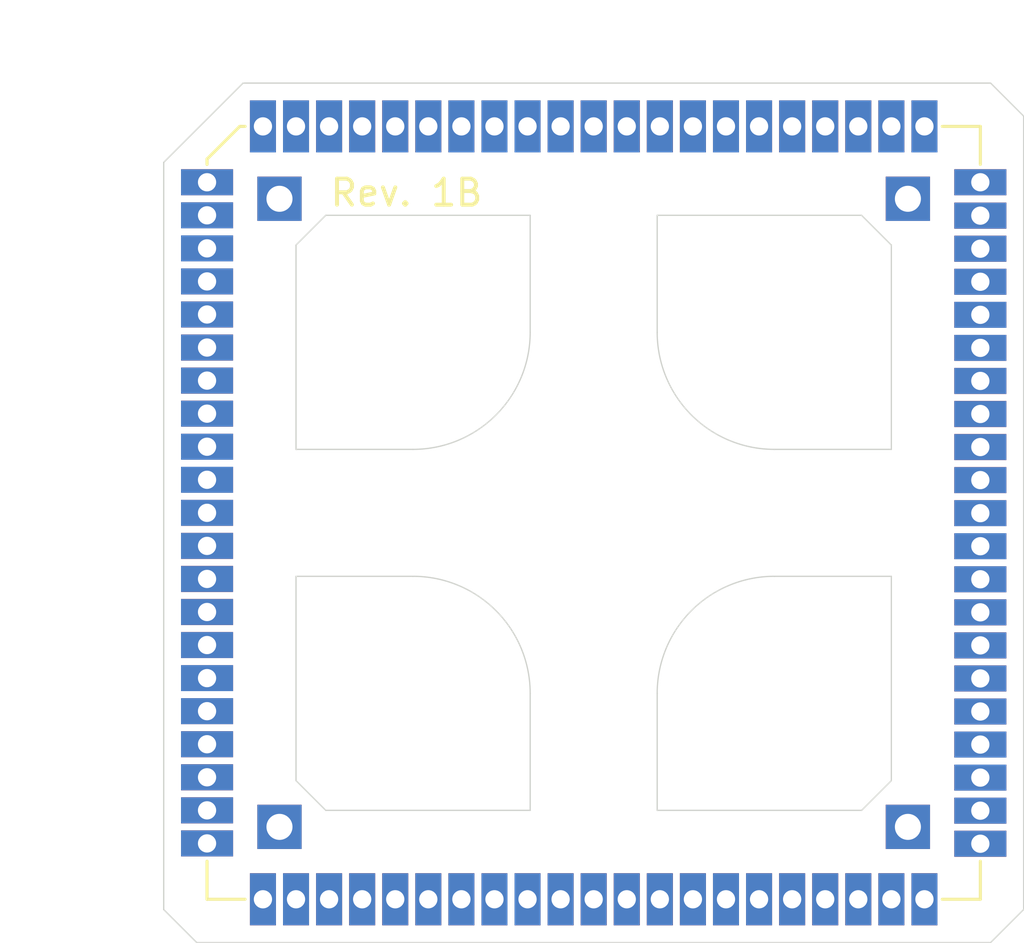
<source format=kicad_pcb>
(kicad_pcb (version 20171130) (host pcbnew "(5.1.6-0)")

  (general
    (thickness 1.2)
    (drawings 35)
    (tracks 0)
    (zones 0)
    (modules 5)
    (nets 89)
  )

  (page A4)
  (layers
    (0 F.Cu signal)
    (31 B.Cu signal)
    (32 B.Adhes user)
    (33 F.Adhes user)
    (34 B.Paste user)
    (35 F.Paste user)
    (36 B.SilkS user)
    (37 F.SilkS user)
    (38 B.Mask user)
    (39 F.Mask user)
    (40 Dwgs.User user)
    (41 Cmts.User user)
    (42 Eco1.User user)
    (43 Eco2.User user)
    (44 Edge.Cuts user)
    (45 Margin user)
    (46 B.CrtYd user)
    (47 F.CrtYd user)
    (48 B.Fab user)
    (49 F.Fab user)
  )

  (setup
    (last_trace_width 0.25)
    (trace_clearance 0.2)
    (zone_clearance 0.508)
    (zone_45_only no)
    (trace_min 0.2)
    (via_size 0.8)
    (via_drill 0.4)
    (via_min_size 0.4)
    (via_min_drill 0.3)
    (uvia_size 0.3)
    (uvia_drill 0.1)
    (uvias_allowed no)
    (uvia_min_size 0.2)
    (uvia_min_drill 0.1)
    (edge_width 0.05)
    (segment_width 0.2)
    (pcb_text_width 0.3)
    (pcb_text_size 1.5 1.5)
    (mod_edge_width 0.12)
    (mod_text_size 1 1)
    (mod_text_width 0.15)
    (pad_size 1 1)
    (pad_drill 0.5)
    (pad_to_mask_clearance 0.0)
    (aux_axis_origin 0 0)
    (grid_origin 76.2 63.5)
    (visible_elements FFFFFF7F)
    (pcbplotparams
      (layerselection 0x010fc_ffffffff)
      (usegerberextensions false)
      (usegerberattributes true)
      (usegerberadvancedattributes true)
      (creategerberjobfile true)
      (excludeedgelayer true)
      (linewidth 0.100000)
      (plotframeref false)
      (viasonmask false)
      (mode 1)
      (useauxorigin false)
      (hpglpennumber 1)
      (hpglpenspeed 20)
      (hpglpendiameter 15.000000)
      (psnegative false)
      (psa4output false)
      (plotreference true)
      (plotvalue true)
      (plotinvisibletext false)
      (padsonsilk false)
      (subtractmaskfromsilk false)
      (outputformat 1)
      (mirror false)
      (drillshape 0)
      (scaleselection 1)
      (outputdirectory "out/"))
  )

  (net 0 "")
  (net 1 "Net-(U1-Pad84)")
  (net 2 "Net-(U1-Pad83)")
  (net 3 "Net-(U1-Pad82)")
  (net 4 "Net-(U1-Pad81)")
  (net 5 "Net-(U1-Pad80)")
  (net 6 "Net-(U1-Pad79)")
  (net 7 "Net-(U1-Pad78)")
  (net 8 "Net-(U1-Pad77)")
  (net 9 "Net-(U1-Pad75)")
  (net 10 "Net-(U1-Pad74)")
  (net 11 "Net-(U1-Pad72)")
  (net 12 "Net-(U1-Pad71)")
  (net 13 "Net-(U1-Pad70)")
  (net 14 "Net-(U1-Pad69)")
  (net 15 "Net-(U1-Pad68)")
  (net 16 "Net-(U1-Pad67)")
  (net 17 "Net-(U1-Pad66)")
  (net 18 "Net-(U1-Pad65)")
  (net 19 "Net-(U1-Pad64)")
  (net 20 "Net-(U1-Pad63)")
  (net 21 "Net-(U1-Pad62)")
  (net 22 "Net-(U1-Pad61)")
  (net 23 "Net-(U1-Pad60)")
  (net 24 "Net-(U1-Pad59)")
  (net 25 "Net-(U1-Pad58)")
  (net 26 "Net-(U1-Pad57)")
  (net 27 "Net-(U1-Pad56)")
  (net 28 "Net-(U1-Pad54)")
  (net 29 "Net-(U1-Pad53)")
  (net 30 "Net-(U1-Pad51)")
  (net 31 "Net-(U1-Pad50)")
  (net 32 "Net-(U1-Pad49)")
  (net 33 "Net-(U1-Pad48)")
  (net 34 "Net-(U1-Pad47)")
  (net 35 "Net-(U1-Pad46)")
  (net 36 "Net-(U1-Pad45)")
  (net 37 "Net-(U1-Pad44)")
  (net 38 "Net-(U1-Pad43)")
  (net 39 "Net-(U1-Pad42)")
  (net 40 "Net-(U1-Pad41)")
  (net 41 "Net-(U1-Pad40)")
  (net 42 "Net-(U1-Pad39)")
  (net 43 "Net-(U1-Pad38)")
  (net 44 "Net-(U1-Pad37)")
  (net 45 "Net-(U1-Pad36)")
  (net 46 "Net-(U1-Pad35)")
  (net 47 "Net-(U1-Pad33)")
  (net 48 "Net-(U1-Pad32)")
  (net 49 "Net-(U1-Pad30)")
  (net 50 "Net-(U1-Pad29)")
  (net 51 "Net-(U1-Pad28)")
  (net 52 "Net-(U1-Pad27)")
  (net 53 "Net-(U1-Pad26)")
  (net 54 "Net-(U1-Pad25)")
  (net 55 "Net-(U1-Pad24)")
  (net 56 "Net-(U1-Pad23)")
  (net 57 "Net-(U1-Pad22)")
  (net 58 "Net-(U1-Pad21)")
  (net 59 "Net-(U1-Pad20)")
  (net 60 "Net-(U1-Pad19)")
  (net 61 "Net-(U1-Pad18)")
  (net 62 "Net-(U1-Pad17)")
  (net 63 "Net-(U1-Pad16)")
  (net 64 "Net-(U1-Pad15)")
  (net 65 "Net-(U1-Pad14)")
  (net 66 "Net-(U1-Pad11)")
  (net 67 "Net-(U1-Pad9)")
  (net 68 "Net-(U1-Pad8)")
  (net 69 "Net-(U1-Pad7)")
  (net 70 "Net-(U1-Pad6)")
  (net 71 "Net-(U1-Pad5)")
  (net 72 "Net-(U1-Pad4)")
  (net 73 "Net-(U1-Pad3)")
  (net 74 "Net-(U1-Pad2)")
  (net 75 "Net-(U1-Pad1)")
  (net 76 "Net-(J1-Pad1)")
  (net 77 "Net-(U1-Pad12)")
  (net 78 "Net-(J2-Pad1)")
  (net 79 "Net-(J3-Pad1)")
  (net 80 "Net-(J4-Pad1)")
  (net 81 "Net-(U1-Pad10)")
  (net 82 "Net-(U1-Pad13)")
  (net 83 "Net-(U1-Pad31)")
  (net 84 "Net-(U1-Pad34)")
  (net 85 "Net-(U1-Pad52)")
  (net 86 "Net-(U1-Pad55)")
  (net 87 "Net-(U1-Pad73)")
  (net 88 "Net-(U1-Pad76)")

  (net_class Default "This is the default net class."
    (clearance 0.2)
    (trace_width 0.25)
    (via_dia 0.8)
    (via_drill 0.4)
    (uvia_dia 0.3)
    (uvia_drill 0.1)
    (add_net "Net-(J1-Pad1)")
    (add_net "Net-(J2-Pad1)")
    (add_net "Net-(J3-Pad1)")
    (add_net "Net-(J4-Pad1)")
    (add_net "Net-(U1-Pad1)")
    (add_net "Net-(U1-Pad10)")
    (add_net "Net-(U1-Pad11)")
    (add_net "Net-(U1-Pad12)")
    (add_net "Net-(U1-Pad13)")
    (add_net "Net-(U1-Pad14)")
    (add_net "Net-(U1-Pad15)")
    (add_net "Net-(U1-Pad16)")
    (add_net "Net-(U1-Pad17)")
    (add_net "Net-(U1-Pad18)")
    (add_net "Net-(U1-Pad19)")
    (add_net "Net-(U1-Pad2)")
    (add_net "Net-(U1-Pad20)")
    (add_net "Net-(U1-Pad21)")
    (add_net "Net-(U1-Pad22)")
    (add_net "Net-(U1-Pad23)")
    (add_net "Net-(U1-Pad24)")
    (add_net "Net-(U1-Pad25)")
    (add_net "Net-(U1-Pad26)")
    (add_net "Net-(U1-Pad27)")
    (add_net "Net-(U1-Pad28)")
    (add_net "Net-(U1-Pad29)")
    (add_net "Net-(U1-Pad3)")
    (add_net "Net-(U1-Pad30)")
    (add_net "Net-(U1-Pad31)")
    (add_net "Net-(U1-Pad32)")
    (add_net "Net-(U1-Pad33)")
    (add_net "Net-(U1-Pad34)")
    (add_net "Net-(U1-Pad35)")
    (add_net "Net-(U1-Pad36)")
    (add_net "Net-(U1-Pad37)")
    (add_net "Net-(U1-Pad38)")
    (add_net "Net-(U1-Pad39)")
    (add_net "Net-(U1-Pad4)")
    (add_net "Net-(U1-Pad40)")
    (add_net "Net-(U1-Pad41)")
    (add_net "Net-(U1-Pad42)")
    (add_net "Net-(U1-Pad43)")
    (add_net "Net-(U1-Pad44)")
    (add_net "Net-(U1-Pad45)")
    (add_net "Net-(U1-Pad46)")
    (add_net "Net-(U1-Pad47)")
    (add_net "Net-(U1-Pad48)")
    (add_net "Net-(U1-Pad49)")
    (add_net "Net-(U1-Pad5)")
    (add_net "Net-(U1-Pad50)")
    (add_net "Net-(U1-Pad51)")
    (add_net "Net-(U1-Pad52)")
    (add_net "Net-(U1-Pad53)")
    (add_net "Net-(U1-Pad54)")
    (add_net "Net-(U1-Pad55)")
    (add_net "Net-(U1-Pad56)")
    (add_net "Net-(U1-Pad57)")
    (add_net "Net-(U1-Pad58)")
    (add_net "Net-(U1-Pad59)")
    (add_net "Net-(U1-Pad6)")
    (add_net "Net-(U1-Pad60)")
    (add_net "Net-(U1-Pad61)")
    (add_net "Net-(U1-Pad62)")
    (add_net "Net-(U1-Pad63)")
    (add_net "Net-(U1-Pad64)")
    (add_net "Net-(U1-Pad65)")
    (add_net "Net-(U1-Pad66)")
    (add_net "Net-(U1-Pad67)")
    (add_net "Net-(U1-Pad68)")
    (add_net "Net-(U1-Pad69)")
    (add_net "Net-(U1-Pad7)")
    (add_net "Net-(U1-Pad70)")
    (add_net "Net-(U1-Pad71)")
    (add_net "Net-(U1-Pad72)")
    (add_net "Net-(U1-Pad73)")
    (add_net "Net-(U1-Pad74)")
    (add_net "Net-(U1-Pad75)")
    (add_net "Net-(U1-Pad76)")
    (add_net "Net-(U1-Pad77)")
    (add_net "Net-(U1-Pad78)")
    (add_net "Net-(U1-Pad79)")
    (add_net "Net-(U1-Pad8)")
    (add_net "Net-(U1-Pad80)")
    (add_net "Net-(U1-Pad81)")
    (add_net "Net-(U1-Pad82)")
    (add_net "Net-(U1-Pad83)")
    (add_net "Net-(U1-Pad84)")
    (add_net "Net-(U1-Pad9)")
  )

  (module Agnus:PLCC-84_modded_P1.27mm (layer F.Cu) (tedit 61065C1E) (tstamp 60CEF831)
    (at 92.71 80.01)
    (descr "PLCC, 84 Pin (http://www.microsemi.com/index.php?option=com_docman&task=doc_download&gid=131095), generated with kicad-footprint-generator ipc_plcc_jLead_generator.py")
    (tags "PLCC LCC")
    (path /60F7DE19)
    (attr smd)
    (fp_text reference U1 (at 0 0) (layer F.SilkS) hide
      (effects (font (size 1 1) (thickness 0.15)))
    )
    (fp_text value Dummy_symbol (at 0 16.15) (layer F.Fab) hide
      (effects (font (size 1 1) (thickness 0.15)))
    )
    (fp_line (start -15.45 -13.25) (end -15.45 0) (layer F.CrtYd) (width 0.05))
    (fp_line (start -14.91 -13.25) (end -15.45 -13.25) (layer F.CrtYd) (width 0.05))
    (fp_line (start -14.91 -13.62) (end -14.91 -13.25) (layer F.CrtYd) (width 0.05))
    (fp_line (start -13.62 -14.91) (end -14.91 -13.62) (layer F.CrtYd) (width 0.05))
    (fp_line (start -13.25 -14.91) (end -13.62 -14.91) (layer F.CrtYd) (width 0.05))
    (fp_line (start -13.25 -15.45) (end -13.25 -14.91) (layer F.CrtYd) (width 0.05))
    (fp_line (start 0 -15.45) (end -13.25 -15.45) (layer F.CrtYd) (width 0.05))
    (fp_line (start 15.45 13.25) (end 15.45 0) (layer F.CrtYd) (width 0.05))
    (fp_line (start 14.91 13.25) (end 15.45 13.25) (layer F.CrtYd) (width 0.05))
    (fp_line (start 14.91 14.91) (end 14.91 13.25) (layer F.CrtYd) (width 0.05))
    (fp_line (start 13.25 14.91) (end 14.91 14.91) (layer F.CrtYd) (width 0.05))
    (fp_line (start 13.25 15.45) (end 13.25 14.91) (layer F.CrtYd) (width 0.05))
    (fp_line (start 0 15.45) (end 13.25 15.45) (layer F.CrtYd) (width 0.05))
    (fp_line (start -15.45 13.25) (end -15.45 0) (layer F.CrtYd) (width 0.05))
    (fp_line (start -14.91 13.25) (end -15.45 13.25) (layer F.CrtYd) (width 0.05))
    (fp_line (start -14.91 14.91) (end -14.91 13.25) (layer F.CrtYd) (width 0.05))
    (fp_line (start -13.25 14.91) (end -14.91 14.91) (layer F.CrtYd) (width 0.05))
    (fp_line (start -13.25 15.45) (end -13.25 14.91) (layer F.CrtYd) (width 0.05))
    (fp_line (start 0 15.45) (end -13.25 15.45) (layer F.CrtYd) (width 0.05))
    (fp_line (start 15.45 -13.25) (end 15.45 0) (layer F.CrtYd) (width 0.05))
    (fp_line (start 14.91 -13.25) (end 15.45 -13.25) (layer F.CrtYd) (width 0.05))
    (fp_line (start 14.91 -14.91) (end 14.91 -13.25) (layer F.CrtYd) (width 0.05))
    (fp_line (start 13.25 -14.91) (end 14.91 -14.91) (layer F.CrtYd) (width 0.05))
    (fp_line (start 13.25 -15.45) (end 13.25 -14.91) (layer F.CrtYd) (width 0.05))
    (fp_line (start 0 -15.45) (end 13.25 -15.45) (layer F.CrtYd) (width 0.05))
    (fp_line (start -0.5 -14.6558) (end 0 -13.948693) (layer F.Fab) (width 0.1))
    (fp_line (start -13.5128 -14.6558) (end -0.5 -14.6558) (layer F.Fab) (width 0.1))
    (fp_line (start -14.6558 -13.5128) (end -13.5128 -14.6558) (layer F.Fab) (width 0.1))
    (fp_line (start -14.6558 14.6558) (end -14.6558 -13.5128) (layer F.Fab) (width 0.1))
    (fp_line (start 14.6558 14.6558) (end -14.6558 14.6558) (layer F.Fab) (width 0.1))
    (fp_line (start 14.6558 -14.6558) (end 14.6558 14.6558) (layer F.Fab) (width 0.1))
    (fp_line (start 0.5 -14.6558) (end 14.6558 -14.6558) (layer F.Fab) (width 0.1))
    (fp_line (start 0 -13.948693) (end 0.5 -14.6558) (layer F.Fab) (width 0.1))
    (fp_line (start -14.8463 -13.590582) (end -14.8463 -13.3858) (layer F.SilkS) (width 0.12))
    (fp_line (start -13.590582 -14.8463) (end -14.8463 -13.590582) (layer F.SilkS) (width 0.12))
    (fp_line (start -13.3858 -14.8463) (end -13.590582 -14.8463) (layer F.SilkS) (width 0.12))
    (fp_line (start 14.8463 14.8463) (end 14.8463 13.3858) (layer F.SilkS) (width 0.12))
    (fp_line (start 13.3858 14.8463) (end 14.8463 14.8463) (layer F.SilkS) (width 0.12))
    (fp_line (start -14.8463 14.8463) (end -14.8463 13.3858) (layer F.SilkS) (width 0.12))
    (fp_line (start -13.3858 14.8463) (end -14.8463 14.8463) (layer F.SilkS) (width 0.12))
    (fp_line (start 14.8463 -14.8463) (end 14.8463 -13.3858) (layer F.SilkS) (width 0.12))
    (fp_line (start 13.3858 -14.8463) (end 14.8463 -14.8463) (layer F.SilkS) (width 0.12))
    (fp_text user %R (at 0 0) (layer F.Fab) hide
      (effects (font (size 1 1) (thickness 0.15)))
    )
    (pad 84 thru_hole rect (at 1.27 -14.8463) (size 1 2) (drill 0.7) (layers *.Cu *.Mask)
      (net 1 "Net-(U1-Pad84)"))
    (pad 83 thru_hole rect (at 2.54 -14.8463) (size 1 2) (drill 0.7) (layers *.Cu *.Mask)
      (net 2 "Net-(U1-Pad83)"))
    (pad 82 thru_hole rect (at 3.81 -14.8463) (size 1 2) (drill 0.7) (layers *.Cu *.Mask)
      (net 3 "Net-(U1-Pad82)"))
    (pad 81 thru_hole rect (at 5.08 -14.8463) (size 1 2) (drill 0.7) (layers *.Cu *.Mask)
      (net 4 "Net-(U1-Pad81)"))
    (pad 80 thru_hole rect (at 6.35 -14.8463) (size 1 2) (drill 0.7) (layers *.Cu *.Mask)
      (net 5 "Net-(U1-Pad80)"))
    (pad 79 thru_hole rect (at 7.62 -14.8463) (size 1 2) (drill 0.7) (layers *.Cu *.Mask)
      (net 6 "Net-(U1-Pad79)"))
    (pad 78 thru_hole rect (at 8.89 -14.8463) (size 1 2) (drill 0.7) (layers *.Cu *.Mask)
      (net 7 "Net-(U1-Pad78)"))
    (pad 77 thru_hole rect (at 10.16 -14.8463) (size 1 2) (drill 0.7) (layers *.Cu *.Mask)
      (net 8 "Net-(U1-Pad77)"))
    (pad 76 thru_hole rect (at 11.43 -14.8463) (size 1 2) (drill 0.7) (layers *.Cu *.Mask)
      (net 88 "Net-(U1-Pad76)"))
    (pad 75 thru_hole rect (at 12.7 -14.8463) (size 1 2) (drill 0.7) (layers *.Cu *.Mask)
      (net 9 "Net-(U1-Pad75)"))
    (pad 74 thru_hole rect (at 14.8463 -12.7) (size 2 1) (drill 0.7) (layers *.Cu *.Mask)
      (net 10 "Net-(U1-Pad74)"))
    (pad 73 thru_hole rect (at 14.8463 -11.4173) (size 2 1) (drill 0.7) (layers *.Cu *.Mask)
      (net 87 "Net-(U1-Pad73)"))
    (pad 72 thru_hole rect (at 14.8463 -10.1473) (size 2 1) (drill 0.7) (layers *.Cu *.Mask)
      (net 11 "Net-(U1-Pad72)"))
    (pad 71 thru_hole rect (at 14.8463 -8.8773) (size 2 1) (drill 0.7) (layers *.Cu *.Mask)
      (net 12 "Net-(U1-Pad71)"))
    (pad 70 thru_hole rect (at 14.8463 -7.6073) (size 2 1) (drill 0.7) (layers *.Cu *.Mask)
      (net 13 "Net-(U1-Pad70)"))
    (pad 69 thru_hole rect (at 14.8463 -6.3373) (size 2 1) (drill 0.7) (layers *.Cu *.Mask)
      (net 14 "Net-(U1-Pad69)"))
    (pad 68 thru_hole rect (at 14.8463 -5.0673) (size 2 1) (drill 0.7) (layers *.Cu *.Mask)
      (net 15 "Net-(U1-Pad68)"))
    (pad 67 thru_hole rect (at 14.8463 -3.7973) (size 2 1) (drill 0.7) (layers *.Cu *.Mask)
      (net 16 "Net-(U1-Pad67)"))
    (pad 66 thru_hole rect (at 14.8463 -2.5273) (size 2 1) (drill 0.7) (layers *.Cu *.Mask)
      (net 17 "Net-(U1-Pad66)"))
    (pad 65 thru_hole rect (at 14.8463 -1.2573) (size 2 1) (drill 0.7) (layers *.Cu *.Mask)
      (net 18 "Net-(U1-Pad65)"))
    (pad 64 thru_hole rect (at 14.8463 0.0127) (size 2 1) (drill 0.7) (layers *.Cu *.Mask)
      (net 19 "Net-(U1-Pad64)"))
    (pad 63 thru_hole rect (at 14.8463 1.2827) (size 2 1) (drill 0.7) (layers *.Cu *.Mask)
      (net 20 "Net-(U1-Pad63)"))
    (pad 62 thru_hole rect (at 14.8463 2.5527) (size 2 1) (drill 0.7) (layers *.Cu *.Mask)
      (net 21 "Net-(U1-Pad62)"))
    (pad 61 thru_hole rect (at 14.8463 3.8227) (size 2 1) (drill 0.7) (layers *.Cu *.Mask)
      (net 22 "Net-(U1-Pad61)"))
    (pad 60 thru_hole rect (at 14.8463 5.0927) (size 2 1) (drill 0.7) (layers *.Cu *.Mask)
      (net 23 "Net-(U1-Pad60)"))
    (pad 59 thru_hole rect (at 14.8463 6.3627) (size 2 1) (drill 0.7) (layers *.Cu *.Mask)
      (net 24 "Net-(U1-Pad59)"))
    (pad 58 thru_hole rect (at 14.8463 7.6327) (size 2 1) (drill 0.7) (layers *.Cu *.Mask)
      (net 25 "Net-(U1-Pad58)"))
    (pad 57 thru_hole rect (at 14.8463 8.9027) (size 2 1) (drill 0.7) (layers *.Cu *.Mask)
      (net 26 "Net-(U1-Pad57)"))
    (pad 56 thru_hole rect (at 14.8463 10.1727) (size 2 1) (drill 0.7) (layers *.Cu *.Mask)
      (net 27 "Net-(U1-Pad56)"))
    (pad 55 thru_hole rect (at 14.8463 11.4427) (size 2 1) (drill 0.7) (layers *.Cu *.Mask)
      (net 86 "Net-(U1-Pad55)"))
    (pad 54 thru_hole rect (at 14.8463 12.7127) (size 2 1) (drill 0.7) (layers *.Cu *.Mask)
      (net 28 "Net-(U1-Pad54)"))
    (pad 53 thru_hole rect (at 12.7 14.8463) (size 1 2) (drill 0.7) (layers *.Cu *.Mask)
      (net 29 "Net-(U1-Pad53)"))
    (pad 52 thru_hole rect (at 11.43 14.8463) (size 1 2) (drill 0.7) (layers *.Cu *.Mask)
      (net 85 "Net-(U1-Pad52)"))
    (pad 51 thru_hole rect (at 10.16 14.8463) (size 1 2) (drill 0.7) (layers *.Cu *.Mask)
      (net 30 "Net-(U1-Pad51)"))
    (pad 50 thru_hole rect (at 8.89 14.8463) (size 1 2) (drill 0.7) (layers *.Cu *.Mask)
      (net 31 "Net-(U1-Pad50)"))
    (pad 49 thru_hole rect (at 7.62 14.8463) (size 1 2) (drill 0.7) (layers *.Cu *.Mask)
      (net 32 "Net-(U1-Pad49)"))
    (pad 48 thru_hole rect (at 6.35 14.8463) (size 1 2) (drill 0.7) (layers *.Cu *.Mask)
      (net 33 "Net-(U1-Pad48)"))
    (pad 47 thru_hole rect (at 5.08 14.8463) (size 1 2) (drill 0.7) (layers *.Cu *.Mask)
      (net 34 "Net-(U1-Pad47)"))
    (pad 46 thru_hole rect (at 3.81 14.8463) (size 1 2) (drill 0.7) (layers *.Cu *.Mask)
      (net 35 "Net-(U1-Pad46)"))
    (pad 45 thru_hole rect (at 2.54 14.8463) (size 1 2) (drill 0.7) (layers *.Cu *.Mask)
      (net 36 "Net-(U1-Pad45)"))
    (pad 44 thru_hole rect (at 1.27 14.8463) (size 1 2) (drill 0.7) (layers *.Cu *.Mask)
      (net 37 "Net-(U1-Pad44)"))
    (pad 43 thru_hole rect (at 0 14.8463) (size 1 2) (drill 0.7) (layers *.Cu *.Mask)
      (net 38 "Net-(U1-Pad43)"))
    (pad 42 thru_hole rect (at -1.27 14.8463) (size 1 2) (drill 0.7) (layers *.Cu *.Mask)
      (net 39 "Net-(U1-Pad42)"))
    (pad 41 thru_hole rect (at -2.54 14.8463) (size 1 2) (drill 0.7) (layers *.Cu *.Mask)
      (net 40 "Net-(U1-Pad41)"))
    (pad 40 thru_hole rect (at -3.81 14.8463) (size 1 2) (drill 0.7) (layers *.Cu *.Mask)
      (net 41 "Net-(U1-Pad40)"))
    (pad 39 thru_hole rect (at -5.08 14.8463) (size 1 2) (drill 0.7) (layers *.Cu *.Mask)
      (net 42 "Net-(U1-Pad39)"))
    (pad 38 thru_hole rect (at -6.35 14.8463) (size 1 2) (drill 0.7) (layers *.Cu *.Mask)
      (net 43 "Net-(U1-Pad38)"))
    (pad 37 thru_hole rect (at -7.62 14.8463) (size 1 2) (drill 0.7) (layers *.Cu *.Mask)
      (net 44 "Net-(U1-Pad37)"))
    (pad 36 thru_hole rect (at -8.89 14.8463) (size 1 2) (drill 0.7) (layers *.Cu *.Mask)
      (net 45 "Net-(U1-Pad36)"))
    (pad 35 thru_hole rect (at -10.16 14.8463) (size 1 2) (drill 0.7) (layers *.Cu *.Mask)
      (net 46 "Net-(U1-Pad35)"))
    (pad 34 thru_hole rect (at -11.43 14.8463) (size 1 2) (drill 0.7) (layers *.Cu *.Mask)
      (net 84 "Net-(U1-Pad34)"))
    (pad 33 thru_hole rect (at -12.7 14.8463) (size 1 2) (drill 0.7) (layers *.Cu *.Mask)
      (net 47 "Net-(U1-Pad33)"))
    (pad 32 thru_hole rect (at -14.8463 12.7) (size 2 1) (drill 0.7) (layers *.Cu *.Mask)
      (net 48 "Net-(U1-Pad32)"))
    (pad 31 thru_hole rect (at -14.8463 11.43) (size 2 1) (drill 0.7) (layers *.Cu *.Mask)
      (net 83 "Net-(U1-Pad31)"))
    (pad 30 thru_hole rect (at -14.8463 10.16) (size 2 1) (drill 0.7) (layers *.Cu *.Mask)
      (net 49 "Net-(U1-Pad30)"))
    (pad 29 thru_hole rect (at -14.8463 8.89) (size 2 1) (drill 0.7) (layers *.Cu *.Mask)
      (net 50 "Net-(U1-Pad29)"))
    (pad 28 thru_hole rect (at -14.8463 7.62) (size 2 1) (drill 0.7) (layers *.Cu *.Mask)
      (net 51 "Net-(U1-Pad28)"))
    (pad 27 thru_hole rect (at -14.8463 6.35) (size 2 1) (drill 0.7) (layers *.Cu *.Mask)
      (net 52 "Net-(U1-Pad27)"))
    (pad 26 thru_hole rect (at -14.8463 5.08) (size 2 1) (drill 0.7) (layers *.Cu *.Mask)
      (net 53 "Net-(U1-Pad26)"))
    (pad 25 thru_hole rect (at -14.8463 3.81) (size 2 1) (drill 0.7) (layers *.Cu *.Mask)
      (net 54 "Net-(U1-Pad25)"))
    (pad 24 thru_hole rect (at -14.8463 2.54) (size 2 1) (drill 0.7) (layers *.Cu *.Mask)
      (net 55 "Net-(U1-Pad24)"))
    (pad 23 thru_hole rect (at -14.8463 1.27) (size 2 1) (drill 0.7) (layers *.Cu *.Mask)
      (net 56 "Net-(U1-Pad23)"))
    (pad 22 thru_hole rect (at -14.8463 0) (size 2 1) (drill 0.7) (layers *.Cu *.Mask)
      (net 57 "Net-(U1-Pad22)"))
    (pad 21 thru_hole rect (at -14.8463 -1.27) (size 2 1) (drill 0.7) (layers *.Cu *.Mask)
      (net 58 "Net-(U1-Pad21)"))
    (pad 20 thru_hole rect (at -14.8463 -2.54) (size 2 1) (drill 0.7) (layers *.Cu *.Mask)
      (net 59 "Net-(U1-Pad20)"))
    (pad 19 thru_hole rect (at -14.8463 -3.81) (size 2 1) (drill 0.7) (layers *.Cu *.Mask)
      (net 60 "Net-(U1-Pad19)"))
    (pad 18 thru_hole rect (at -14.8463 -5.08) (size 2 1) (drill 0.7) (layers *.Cu *.Mask)
      (net 61 "Net-(U1-Pad18)"))
    (pad 17 thru_hole rect (at -14.8463 -6.35) (size 2 1) (drill 0.7) (layers *.Cu *.Mask)
      (net 62 "Net-(U1-Pad17)"))
    (pad 16 thru_hole rect (at -14.8463 -7.62) (size 2 1) (drill 0.7) (layers *.Cu *.Mask)
      (net 63 "Net-(U1-Pad16)"))
    (pad 15 thru_hole rect (at -14.8463 -8.89) (size 2 1) (drill 0.7) (layers *.Cu *.Mask)
      (net 64 "Net-(U1-Pad15)"))
    (pad 14 thru_hole rect (at -14.8463 -10.16) (size 2 1) (drill 0.7) (layers *.Cu *.Mask)
      (net 65 "Net-(U1-Pad14)"))
    (pad 13 thru_hole rect (at -14.8463 -11.43) (size 2 1) (drill 0.7) (layers *.Cu *.Mask)
      (net 82 "Net-(U1-Pad13)"))
    (pad 12 thru_hole rect (at -14.8463 -12.7) (size 2 1) (drill 0.7) (layers *.Cu *.Mask)
      (net 77 "Net-(U1-Pad12)"))
    (pad 11 thru_hole rect (at -12.7 -14.8463) (size 1 2) (drill 0.7) (layers *.Cu *.Mask)
      (net 66 "Net-(U1-Pad11)"))
    (pad 10 thru_hole rect (at -11.43 -14.8463) (size 1 2) (drill 0.7) (layers *.Cu *.Mask)
      (net 81 "Net-(U1-Pad10)"))
    (pad 9 thru_hole rect (at -10.16 -14.8463) (size 1 2) (drill 0.7) (layers *.Cu *.Mask)
      (net 67 "Net-(U1-Pad9)"))
    (pad 8 thru_hole rect (at -8.89 -14.8463) (size 1 2) (drill 0.7) (layers *.Cu *.Mask)
      (net 68 "Net-(U1-Pad8)"))
    (pad 7 thru_hole rect (at -7.62 -14.8463) (size 1 2) (drill 0.7) (layers *.Cu *.Mask)
      (net 69 "Net-(U1-Pad7)"))
    (pad 6 thru_hole rect (at -6.35 -14.8463) (size 1 2) (drill 0.7) (layers *.Cu *.Mask)
      (net 70 "Net-(U1-Pad6)"))
    (pad 5 thru_hole rect (at -5.08 -14.8463) (size 1 2) (drill 0.7) (layers *.Cu *.Mask)
      (net 71 "Net-(U1-Pad5)"))
    (pad 4 thru_hole rect (at -3.81 -14.8463) (size 1 2) (drill 0.7) (layers *.Cu *.Mask)
      (net 72 "Net-(U1-Pad4)"))
    (pad 3 thru_hole rect (at -2.54 -14.8463) (size 1 2) (drill 0.7) (layers *.Cu *.Mask)
      (net 73 "Net-(U1-Pad3)"))
    (pad 2 thru_hole rect (at -1.27 -14.8463) (size 1 2) (drill 0.7) (layers *.Cu *.Mask)
      (net 74 "Net-(U1-Pad2)"))
    (pad 1 thru_hole rect (at 0 -14.8463) (size 1 2) (drill 0.7) (layers *.Cu *.Mask)
      (net 75 "Net-(U1-Pad1)"))
    (model ${KISYS3DMOD}/Package_LCC.3dshapes/PLCC-84_29.3x29.3mm_P1.27mm.wrl
      (at (xyz 0 0 0))
      (scale (xyz 1 1 1))
      (rotate (xyz 0 0 0))
    )
  )

  (module Connector_PinHeader_2.54mm:PinHeader_1x01_P2.54mm_Vertical (layer F.Cu) (tedit 60CDD944) (tstamp 60CF036D)
    (at 80.645 92.075 270)
    (descr "Through hole straight pin header, 1x01, 2.54mm pitch, single row")
    (tags "Through hole pin header THT 1x01 2.54mm single row")
    (path /60F8E26D)
    (fp_text reference J3 (at 0 -2.33 90) (layer F.SilkS) hide
      (effects (font (size 1 1) (thickness 0.15)))
    )
    (fp_text value Conn_01x01 (at 0 2.33 90) (layer F.Fab) hide
      (effects (font (size 1 1) (thickness 0.15)))
    )
    (fp_line (start -0.635 -1.27) (end 1.27 -1.27) (layer F.Fab) (width 0.1))
    (fp_line (start 1.27 -1.27) (end 1.27 1.27) (layer F.Fab) (width 0.1))
    (fp_line (start 1.27 1.27) (end -1.27 1.27) (layer F.Fab) (width 0.1))
    (fp_line (start -1.27 1.27) (end -1.27 -0.635) (layer F.Fab) (width 0.1))
    (fp_line (start -1.27 -0.635) (end -0.635 -1.27) (layer F.Fab) (width 0.1))
    (fp_line (start -1.8 -1.8) (end -1.8 1.8) (layer F.CrtYd) (width 0.05))
    (fp_line (start -1.8 1.8) (end 1.8 1.8) (layer F.CrtYd) (width 0.05))
    (fp_line (start 1.8 1.8) (end 1.8 -1.8) (layer F.CrtYd) (width 0.05))
    (fp_line (start 1.8 -1.8) (end -1.8 -1.8) (layer F.CrtYd) (width 0.05))
    (fp_text user %R (at 0 0) (layer F.Fab) hide
      (effects (font (size 1 1) (thickness 0.15)))
    )
    (pad 1 thru_hole rect (at 0 0 270) (size 1.7 1.7) (drill 1) (layers *.Cu *.Mask)
      (net 79 "Net-(J3-Pad1)"))
  )

  (module Connector_PinHeader_2.54mm:PinHeader_1x01_P2.54mm_Vertical (layer F.Cu) (tedit 60CDD923) (tstamp 60CF089E)
    (at 104.775 92.075)
    (descr "Through hole straight pin header, 1x01, 2.54mm pitch, single row")
    (tags "Through hole pin header THT 1x01 2.54mm single row")
    (path /60F91B3E)
    (fp_text reference J4 (at 0 -2.33) (layer F.SilkS) hide
      (effects (font (size 1 1) (thickness 0.15)))
    )
    (fp_text value Conn_01x01 (at 0 2.33) (layer F.Fab) hide
      (effects (font (size 1 1) (thickness 0.15)))
    )
    (fp_line (start 1.8 -1.8) (end -1.8 -1.8) (layer F.CrtYd) (width 0.05))
    (fp_line (start 1.8 1.8) (end 1.8 -1.8) (layer F.CrtYd) (width 0.05))
    (fp_line (start -1.8 1.8) (end 1.8 1.8) (layer F.CrtYd) (width 0.05))
    (fp_line (start -1.8 -1.8) (end -1.8 1.8) (layer F.CrtYd) (width 0.05))
    (fp_line (start -1.27 -0.635) (end -0.635 -1.27) (layer F.Fab) (width 0.1))
    (fp_line (start -1.27 1.27) (end -1.27 -0.635) (layer F.Fab) (width 0.1))
    (fp_line (start 1.27 1.27) (end -1.27 1.27) (layer F.Fab) (width 0.1))
    (fp_line (start 1.27 -1.27) (end 1.27 1.27) (layer F.Fab) (width 0.1))
    (fp_line (start -0.635 -1.27) (end 1.27 -1.27) (layer F.Fab) (width 0.1))
    (fp_text user %R (at 0 0 90) (layer F.Fab) hide
      (effects (font (size 1 1) (thickness 0.15)))
    )
    (pad 1 thru_hole rect (at 0 0) (size 1.7 1.7) (drill 1) (layers *.Cu *.Mask)
      (net 80 "Net-(J4-Pad1)"))
  )

  (module Connector_PinHeader_2.54mm:PinHeader_1x01_P2.54mm_Vertical (layer F.Cu) (tedit 60CDD8E9) (tstamp 60CEE305)
    (at 104.775 67.945 90)
    (descr "Through hole straight pin header, 1x01, 2.54mm pitch, single row")
    (tags "Through hole pin header THT 1x01 2.54mm single row")
    (path /60F8A9AA)
    (fp_text reference J2 (at 0 -2.33 90) (layer F.SilkS) hide
      (effects (font (size 1 1) (thickness 0.15)))
    )
    (fp_text value Conn_01x01 (at 0 2.33 90) (layer F.Fab) hide
      (effects (font (size 1 1) (thickness 0.15)))
    )
    (fp_line (start 1.8 -1.8) (end -1.8 -1.8) (layer F.CrtYd) (width 0.05))
    (fp_line (start 1.8 1.8) (end 1.8 -1.8) (layer F.CrtYd) (width 0.05))
    (fp_line (start -1.8 1.8) (end 1.8 1.8) (layer F.CrtYd) (width 0.05))
    (fp_line (start -1.8 -1.8) (end -1.8 1.8) (layer F.CrtYd) (width 0.05))
    (fp_line (start -1.27 -0.635) (end -0.635 -1.27) (layer F.Fab) (width 0.1))
    (fp_line (start -1.27 1.27) (end -1.27 -0.635) (layer F.Fab) (width 0.1))
    (fp_line (start 1.27 1.27) (end -1.27 1.27) (layer F.Fab) (width 0.1))
    (fp_line (start 1.27 -1.27) (end 1.27 1.27) (layer F.Fab) (width 0.1))
    (fp_line (start -0.635 -1.27) (end 1.27 -1.27) (layer F.Fab) (width 0.1))
    (fp_text user %R (at 0 0) (layer F.Fab) hide
      (effects (font (size 1 1) (thickness 0.15)))
    )
    (pad 1 thru_hole rect (at 0 0 90) (size 1.7 1.7) (drill 1) (layers *.Cu *.Mask)
      (net 78 "Net-(J2-Pad1)"))
  )

  (module Connector_PinHeader_2.54mm:PinHeader_1x01_P2.54mm_Vertical (layer F.Cu) (tedit 60CDD8C1) (tstamp 60CED79C)
    (at 80.645 67.945 180)
    (descr "Through hole straight pin header, 1x01, 2.54mm pitch, single row")
    (tags "Through hole pin header THT 1x01 2.54mm single row")
    (path /60F882A1)
    (fp_text reference J1 (at 0 -2.33) (layer F.SilkS) hide
      (effects (font (size 1 1) (thickness 0.15)))
    )
    (fp_text value Conn_01x01 (at 0 2.33) (layer F.Fab) hide
      (effects (font (size 1 1) (thickness 0.15)))
    )
    (fp_line (start -0.635 -1.27) (end 1.27 -1.27) (layer F.Fab) (width 0.1))
    (fp_line (start 1.27 -1.27) (end 1.27 1.27) (layer F.Fab) (width 0.1))
    (fp_line (start 1.27 1.27) (end -1.27 1.27) (layer F.Fab) (width 0.1))
    (fp_line (start -1.27 1.27) (end -1.27 -0.635) (layer F.Fab) (width 0.1))
    (fp_line (start -1.27 -0.635) (end -0.635 -1.27) (layer F.Fab) (width 0.1))
    (fp_line (start -1.8 -1.8) (end -1.8 1.8) (layer F.CrtYd) (width 0.05))
    (fp_line (start -1.8 1.8) (end 1.8 1.8) (layer F.CrtYd) (width 0.05))
    (fp_line (start 1.8 1.8) (end 1.8 -1.8) (layer F.CrtYd) (width 0.05))
    (fp_line (start 1.8 -1.8) (end -1.8 -1.8) (layer F.CrtYd) (width 0.05))
    (fp_text user %R (at 0 0 90) (layer F.Fab) hide
      (effects (font (size 1 1) (thickness 0.15)))
    )
    (pad 1 thru_hole rect (at 0 0 180) (size 1.7 1.7) (drill 1) (layers *.Cu *.Mask)
      (net 76 "Net-(J1-Pad1)"))
  )

  (gr_text "Rev. 1B" (at 85.5218 67.7164) (layer F.SilkS) (tstamp 610684EE)
    (effects (font (size 1 1) (thickness 0.15)))
  )
  (dimension 30.226 (width 0.15) (layer Dwgs.User)
    (gr_text "30.226 mm" (at 73.5792 80.01 90) (layer Dwgs.User)
      (effects (font (size 1 1) (thickness 0.15)))
    )
    (feature1 (pts (xy 80.01 64.897) (xy 74.292779 64.897)))
    (feature2 (pts (xy 80.01 95.123) (xy 74.292779 95.123)))
    (crossbar (pts (xy 74.8792 95.123) (xy 74.8792 64.897)))
    (arrow1a (pts (xy 74.8792 64.897) (xy 75.465621 66.023504)))
    (arrow1b (pts (xy 74.8792 64.897) (xy 74.292779 66.023504)))
    (arrow2a (pts (xy 74.8792 95.123) (xy 75.465621 93.996496)))
    (arrow2b (pts (xy 74.8792 95.123) (xy 74.292779 93.996496)))
  )
  (dimension 30.226 (width 0.15) (layer Dwgs.User)
    (gr_text "30.226 mm" (at 92.71 61.0062) (layer Dwgs.User)
      (effects (font (size 1 1) (thickness 0.15)))
    )
    (feature1 (pts (xy 107.823 67.31) (xy 107.823 61.719779)))
    (feature2 (pts (xy 77.597 67.31) (xy 77.597 61.719779)))
    (crossbar (pts (xy 77.597 62.3062) (xy 107.823 62.3062)))
    (arrow1a (pts (xy 107.823 62.3062) (xy 106.696496 62.892621)))
    (arrow1b (pts (xy 107.823 62.3062) (xy 106.696496 61.719779)))
    (arrow2a (pts (xy 77.597 62.3062) (xy 78.723504 62.892621)))
    (arrow2b (pts (xy 77.597 62.3062) (xy 78.723504 61.719779)))
  )
  (gr_line (start 90.2716 91.44) (end 90.2716 86.9442) (layer Edge.Cuts) (width 0.05) (tstamp 60CE0EF3))
  (gr_line (start 90.2716 73.0758) (end 90.2716 68.58) (layer Edge.Cuts) (width 0.05) (tstamp 60CE0EF2))
  (gr_arc (start 85.7758 73.0758) (end 85.7758 77.5716) (angle -90) (layer Edge.Cuts) (width 0.05) (tstamp 60CE0EF1))
  (gr_line (start 104.14 77.5716) (end 99.6442 77.5716) (layer Edge.Cuts) (width 0.05) (tstamp 60CE0EF0))
  (gr_line (start 95.1484 68.58) (end 102.997 68.58) (layer Edge.Cuts) (width 0.05) (tstamp 60CE0EEF))
  (gr_line (start 95.1484 73.0758) (end 95.1484 68.58) (layer Edge.Cuts) (width 0.05) (tstamp 60CE0EEE))
  (gr_arc (start 99.6442 73.0758) (end 95.1484 73.0758) (angle -90) (layer Edge.Cuts) (width 0.05) (tstamp 60CE0EED))
  (gr_line (start 104.14 82.4484) (end 104.14 90.297) (layer Edge.Cuts) (width 0.05) (tstamp 60CE0EEC))
  (gr_line (start 104.14 82.4484) (end 99.6442 82.4484) (layer Edge.Cuts) (width 0.05) (tstamp 60CE0EEB))
  (gr_line (start 95.1484 91.44) (end 102.997 91.44) (layer Edge.Cuts) (width 0.05) (tstamp 60CE0EEA))
  (gr_line (start 95.1484 91.44) (end 95.1484 86.9442) (layer Edge.Cuts) (width 0.05) (tstamp 60CE0EE9))
  (gr_arc (start 99.6442 86.9442) (end 99.6442 82.4484) (angle -90) (layer Edge.Cuts) (width 0.05) (tstamp 60CE0EE8))
  (gr_line (start 81.28 90.297) (end 81.28 82.4484) (layer Edge.Cuts) (width 0.05) (tstamp 60CE0EE7))
  (gr_line (start 82.423 91.44) (end 90.2716 91.44) (layer Edge.Cuts) (width 0.05) (tstamp 60CE0EE6))
  (gr_line (start 85.7758 82.4484) (end 81.28 82.4484) (layer Edge.Cuts) (width 0.05) (tstamp 60CE0EE5))
  (gr_arc (start 85.7758 86.9442) (end 90.2716 86.9442) (angle -90) (layer Edge.Cuts) (width 0.05) (tstamp 60CE0EE4))
  (gr_line (start 102.997 68.58) (end 104.14 69.723) (layer Edge.Cuts) (width 0.05) (tstamp 60CE0EE3))
  (gr_line (start 104.14 69.723) (end 104.14 77.5716) (layer Edge.Cuts) (width 0.05) (tstamp 60CE0EE2))
  (gr_line (start 104.14 90.297) (end 102.997 91.44) (layer Edge.Cuts) (width 0.05) (tstamp 60CE0EE1))
  (gr_line (start 82.423 91.44) (end 81.28 90.297) (layer Edge.Cuts) (width 0.05) (tstamp 60CE0EE0))
  (gr_line (start 81.28 77.5716) (end 81.28 69.723) (layer Edge.Cuts) (width 0.05) (tstamp 60CE0EDF))
  (gr_line (start 81.28 69.723) (end 82.423 68.58) (layer Edge.Cuts) (width 0.05) (tstamp 60CE0EDE))
  (gr_line (start 82.423 68.58) (end 90.2716 68.58) (layer Edge.Cuts) (width 0.05) (tstamp 60CE0EDD))
  (gr_line (start 85.7758 77.5716) (end 81.28 77.5716) (layer Edge.Cuts) (width 0.05) (tstamp 60CE0EDC))
  (gr_line (start 76.2 95.25) (end 77.47 96.52) (layer Edge.Cuts) (width 0.05))
  (gr_line (start 109.22 95.25) (end 107.95 96.52) (layer Edge.Cuts) (width 0.05))
  (gr_line (start 109.22 64.77) (end 107.95 63.5) (layer Edge.Cuts) (width 0.05))
  (gr_line (start 76.2 66.548) (end 79.248 63.5) (layer Edge.Cuts) (width 0.05))
  (gr_line (start 76.2 95.25) (end 76.2 66.548) (layer Edge.Cuts) (width 0.05) (tstamp 60CCDFF2))
  (gr_line (start 107.95 96.52) (end 77.47 96.52) (layer Edge.Cuts) (width 0.05))
  (gr_line (start 109.22 64.77) (end 109.22 95.25) (layer Edge.Cuts) (width 0.05))
  (gr_line (start 79.248 63.5) (end 107.95 63.5) (layer Edge.Cuts) (width 0.05))

)

</source>
